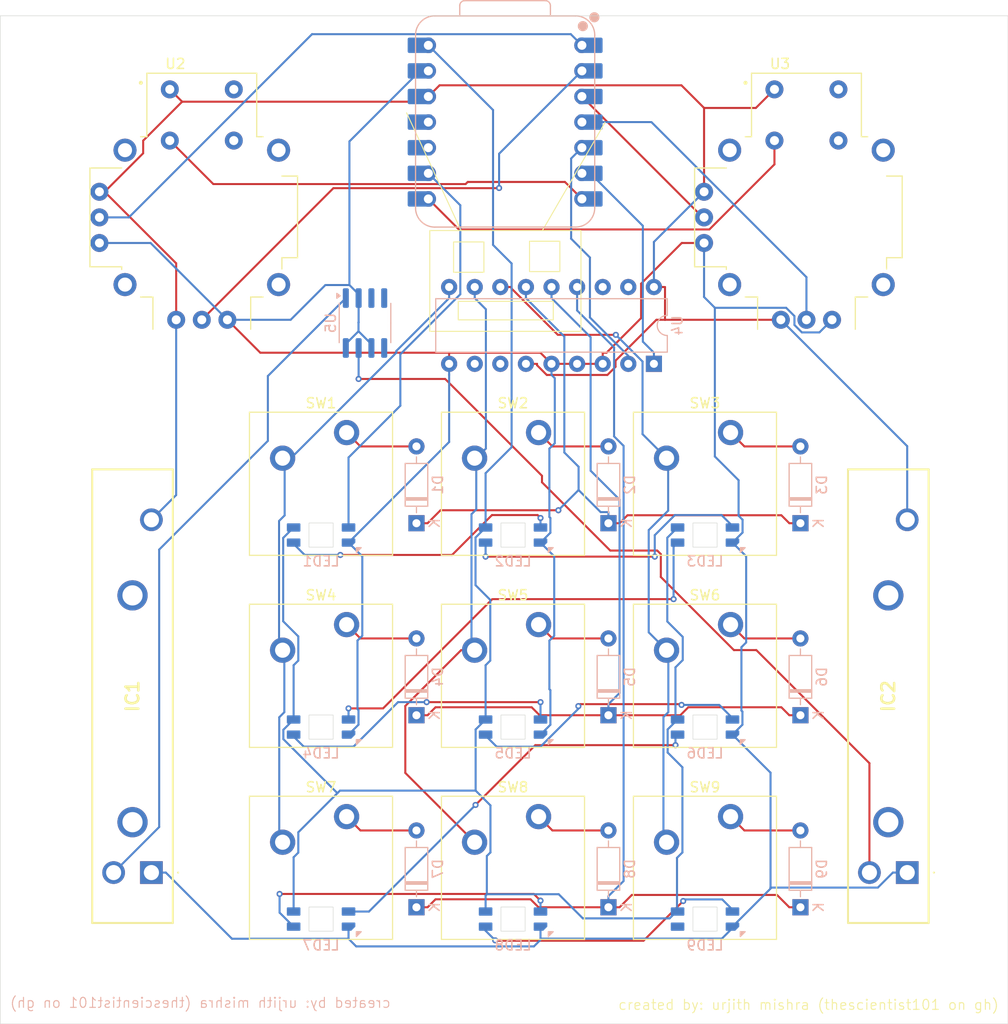
<source format=kicad_pcb>
(kicad_pcb (version 20240108) (generator "pcbnew") (generator_version "8.0")
  (layers (0 "F.Cu" signal) (31 "B.Cu" signal) (34 "B.Paste" user) (35 "F.Paste" user) (36 "B.SilkS" user "B.Silkscreen") (37 "F.SilkS" user "F.Silkscreen") (38 "B.Mask" user) (39 "F.Mask" user) (44 "Edge.Cuts" user))
  (net 0 "")
  (net 1 "unconnected-(U1-GPIO3{slash}MOSI-Pad11)")
  (net 2 "neopixel")
  (net 3 "Net-(LED1-DOUT)")
  (net 4 "unconnected-(U1-GPIO4{slash}MISO-Pad10)")
  (net 5 "left-slider")
  (net 15 "+3V3")
  (net 16 "GND")
  (net 17 "y-axis-left")
  (net 18 "x-axis-left")
  (net 19 "right-joy-click")
  (net 20 "left-joy-click")
  (net 21 "x-axis-right")
  (net 22 "y-axis-right")
  (net 25 "right-slider")
  (net 27 "row 1")
  (net 28 "Net-(D1-A)")
  (net 29 "Net-(D2-A)")
  (net 30 "Net-(D3-A)")
  (net 31 "row 2")
  (net 32 "Net-(D4-A)")
  (net 33 "Net-(D5-A)")
  (net 34 "Net-(D6-A)")
  (net 35 "Net-(D7-A)")
  (net 36 "row 3")
  (net 37 "Net-(D8-A)")
  (net 38 "Net-(D9-A)")
  (net 39 "col 1")
  (net 40 "col 2")
  (net 41 "col 3")
  (net 42 "scl")
  (net 43 "sda")
  (net 46 "+5V")
  (net 51 "Net-(LED2-DOUT)")
  (net 52 "Net-(LED3-DOUT)")
  (net 53 "Net-(LED4-DOUT)")
  (net 54 "Net-(LED5-DOUT)")
  (net 55 "Net-(LED6-DOUT)")
  (net 56 "Net-(LED7-DOUT)")
  (net 57 "Net-(LED8-DOUT)")
  (footprint "mouser:RS30111AC00V" (layer "F.Cu") (at 115 135 90)
    (property "Reference" "IC1")
    (property "Value" "Left Slider" (hide yes))
  )
  (footprint "PCM_Switch_Keyboard_Cherry_MX:SW_Cherry_MX_PCB_1.00u" (layer "F.Cu") (at 169.9294 134.5281)
    (property "Reference" "SW9")
    (property "Value" "SW_Push")
  )
  (footprint "PCM_Switch_Keyboard_Cherry_MX:SW_Cherry_MX_PCB_1.00u" (layer "F.Cu") (at 169.9294 115.4781)
    (property "Reference" "SW6")
    (property "Value" "SW_Push")
  )
  (footprint "PCM_Switch_Keyboard_Cherry_MX:SW_Cherry_MX_PCB_1.00u" (layer "F.Cu") (at 131.8294 134.5281)
    (property "Reference" "SW7")
    (property "Value" "SW_Push")
  )
  (footprint "mouser:RS30111AC00V" (layer "F.Cu") (at 190 135 90)
    (property "Reference" "IC2")
    (property "Value" "Right Slider" (hide yes))
  )
  (footprint "digikey:XDCR_COM-09032" (layer "F.Cu") (at 180 70)
    (property "Reference" "U3")
    (property "Value" "Right Joystick")
  )
  (footprint "PCM_Switch_Keyboard_Cherry_MX:SW_Cherry_MX_PCB_1.00u" (layer "F.Cu") (at 150.8794 134.5281)
    (property "Reference" "SW8")
    (property "Value" "SW_Push")
  )
  (footprint "PCM_Switch_Keyboard_Cherry_MX:SW_Cherry_MX_PCB_1.00u" (layer "F.Cu") (at 150.8794 96.4281)
    (property "Reference" "SW2")
    (property "Value" "SW_Push")
  )
  (footprint "PCM_Switch_Keyboard_Cherry_MX:SW_Cherry_MX_PCB_1.00u" (layer "F.Cu") (at 131.8294 96.4281)
    (property "Reference" "SW1")
    (property "Value" "SW_Push")
  )
  (footprint "digikey:XDCR_COM-09032" (layer "F.Cu") (at 120 70)
    (property "Reference" "U2")
    (property "Value" "Left Joystick")
  )
  (footprint "PCM_Switch_Keyboard_Cherry_MX:SW_Cherry_MX_PCB_1.00u" (layer "F.Cu") (at 131.8294 115.4781)
    (property "Reference" "SW4")
    (property "Value" "SW_Push")
  )
  (footprint "PCM_Switch_Keyboard_Cherry_MX:SW_Cherry_MX_PCB_1.00u" (layer "F.Cu") (at 150.8794 115.4781)
    (property "Reference" "SW5")
    (property "Value" "SW_Push")
  )
  (footprint "PCM_Switch_Keyboard_Cherry_MX:SW_Cherry_MX_PCB_1.00u" (layer "F.Cu") (at 169.9294 96.4281)
    (property "Reference" "SW3")
    (property "Value" "SW_Push")
  )
  (footprint "Diode_THT:D_DO-35_SOD27_P7.62mm_Horizontal" (layer "B.Cu") (at 141.3013 100.3419 90)
    (property "Reference" "D1")
    (property "Value" "1N4148")
  )
  (footprint "PCM_marbastlib-mx:LED_MX_6028R" (layer "B.Cu") (at 150.8856 120.5644 180)
    (property "Reference" "LED5")
    (property "Value" "MX_SK6812MINI-E")
    (fp_rect (start -1.2 1.2) (end 1.2 -1.2) (stroke (width 0.05)) (fill none) (layer "Edge.Cuts"))
  )
  (footprint "Package_SO:SOIC-8_3.9x4.9mm_P1.27mm" (layer "B.Cu") (at 136.195 80.48 -90)
    (property "Reference" "U5")
    (property "Value" "MCP3426Axx-xSN")
  )
  (footprint "PCM_marbastlib-mx:LED_MX_6028R" (layer "B.Cu") (at 131.8356 120.5644 180)
    (property "Reference" "LED4")
    (property "Value" "MX_SK6812MINI-E")
    (fp_rect (start -1.2 1.2) (end 1.2 -1.2) (stroke (width 0.05)) (fill none) (layer "Edge.Cuts"))
  )
  (footprint "PCM_marbastlib-mx:LED_MX_6028R" (layer "B.Cu") (at 169.9356 139.6144 180)
    (property "Reference" "LED9")
    (property "Value" "MX_SK6812MINI-E")
    (fp_rect (start -1.2 1.2) (end 1.2 -1.2) (stroke (width 0.05)) (fill none) (layer "Edge.Cuts"))
  )
  (footprint "opl-seeed:XIAO-SAMD21-DIP" (layer "B.Cu") (at 150 60.486 180)
    (property "Reference" "U1" (hide yes))
    (property "Value" "XIAO-RP2040-DIP")
  )
  (footprint "Diode_THT:D_DO-35_SOD27_P7.62mm_Horizontal" (layer "B.Cu") (at 141.3013 138.4419 90)
    (property "Reference" "D7")
    (property "Value" "1N4148")
  )
  (footprint "Package_DIP:DIP-18_W7.62mm" (layer "B.Cu") (at 164.8638 84.5281 90)
    (property "Reference" "U4")
    (property "Value" "MCP23008-xP")
  )
  (footprint "Diode_THT:D_DO-35_SOD27_P7.62mm_Horizontal" (layer "B.Cu") (at 179.4013 100.3419 90)
    (property "Reference" "D3")
    (property "Value" "1N4148")
  )
  (footprint "PCM_marbastlib-mx:LED_MX_6028R" (layer "B.Cu") (at 131.8356 101.5144 180)
    (property "Reference" "LED1")
    (property "Value" "MX_SK6812MINI-E")
    (fp_rect (start -1.2 1.2) (end 1.2 -1.2) (stroke (width 0.05)) (fill none) (layer "Edge.Cuts"))
  )
  (footprint "PCM_marbastlib-mx:LED_MX_6028R" (layer "B.Cu") (at 169.9356 101.5144 180)
    (property "Reference" "LED3")
    (property "Value" "MX_SK6812MINI-E")
    (fp_rect (start -1.2 1.2) (end 1.2 -1.2) (stroke (width 0.05)) (fill none) (layer "Edge.Cuts"))
  )
  (footprint "PCM_marbastlib-mx:LED_MX_6028R" (layer "B.Cu") (at 150.8856 101.5144 180)
    (property "Reference" "LED2")
    (property "Value" "MX_SK6812MINI-E")
    (fp_rect (start -1.2 1.2) (end 1.2 -1.2) (stroke (width 0.05)) (fill none) (layer "Edge.Cuts"))
  )
  (footprint "PCM_marbastlib-mx:LED_MX_6028R" (layer "B.Cu") (at 169.9356 120.5644 180)
    (property "Reference" "LED6")
    (property "Value" "MX_SK6812MINI-E")
    (fp_rect (start -1.2 1.2) (end 1.2 -1.2) (stroke (width 0.05)) (fill none) (layer "Edge.Cuts"))
  )
  (footprint "Diode_THT:D_DO-35_SOD27_P7.62mm_Horizontal" (layer "B.Cu") (at 179.4013 119.3919 90)
    (property "Reference" "D6")
    (property "Value" "1N4148")
  )
  (footprint "Diode_THT:D_DO-35_SOD27_P7.62mm_Horizontal" (layer "B.Cu") (at 160.3513 100.3419 90)
    (property "Reference" "D2")
    (property "Value" "1N4148")
  )
  (footprint "Diode_THT:D_DO-35_SOD27_P7.62mm_Horizontal" (layer "B.Cu") (at 179.4013 138.4419 90)
    (property "Reference" "D9")
    (property "Value" "1N4148")
  )
  (footprint "PCM_marbastlib-mx:LED_MX_6028R" (layer "B.Cu") (at 150.8856 139.6144 180)
    (property "Reference" "LED8")
    (property "Value" "MX_SK6812MINI-E")
    (fp_rect (start -1.2 1.2) (end 1.2 -1.2) (stroke (width 0.05)) (fill none) (layer "Edge.Cuts"))
  )
  (footprint "PCM_marbastlib-mx:LED_MX_6028R" (layer "B.Cu") (at 131.8356 139.6144 180)
    (property "Reference" "LED7")
    (property "Value" "MX_SK6812MINI-E")
    (fp_rect (start -1.2 1.2) (end 1.2 -1.2) (stroke (width 0.05)) (fill none) (layer "Edge.Cuts"))
  )
  (footprint "Diode_THT:D_DO-35_SOD27_P7.62mm_Horizontal" (layer "B.Cu") (at 160.3513 119.3919 90)
    (property "Reference" "D5")
    (property "Value" "1N4148")
  )
  (footprint "Diode_THT:D_DO-35_SOD27_P7.62mm_Horizontal" (layer "B.Cu") (at 160.3513 138.4419 90)
    (property "Reference" "D8")
    (property "Value" "1N4148")
  )
  (footprint "Diode_THT:D_DO-35_SOD27_P7.62mm_Horizontal" (layer "B.Cu") (at 141.3013 119.3919 90)
    (property "Reference" "D4")
    (property "Value" "1N4148")
  )
  (gr_rect (start 145.445 78.325) (end 154.875 80.165) (stroke (width 0.1)) (fill none) (layer "F.SilkS"))
  (gr_rect (start 152.52 72.365) (end 155.53 75.375) (stroke (width 0.1)) (fill none) (layer "F.SilkS"))
  (gr_line (start 145.71 71.275) (end 140.32 59.625) (stroke (width 0.1)) (layer "F.SilkS"))
  (gr_line (start 153.82 71.275) (end 160.02 60.575) (stroke (width 0.1)) (layer "F.SilkS"))
  (gr_rect (start 144.985 72.435) (end 147.995 75.445) (stroke (width 0.1)) (fill none) (layer "F.SilkS"))
  (gr_rect (start 142.625 71.305) (end 157.625 81.305) (stroke (width 0.1)) (fill none) (layer "F.SilkS"))
  (gr_rect (start 100 50) (end 200 150) (stroke (width 0.05)) (fill none) (layer "Edge.Cuts"))
  (gr_text "created by: urjith mishra (thescientist101 on gh)" (at 138.8 148.5 -0) (layer "B.SilkS") (effects (font (size 1 1) (thickness 0.1)) (justify left bottom mirror)))
  (gr_text "created by: urjith mishra (thescientist101 on gh)" (at 161.26 148.7 0) (layer "F.SilkS") (effects (font (size 1 1) (thickness 0.1)) (justify left bottom)))
  (segment (start 141.645 60.5485) (end 142.48 60.5485) (width 0.2) (layer "B.Cu") (net 1))
  (segment (start 141.645 65.6285) (end 142.48 65.6285) (width 0.2) (layer "B.Cu") (net 2))
  (segment (start 134.5606 93.8219) (end 134.5606 100.7644) (width 0.2) (layer "B.Cu") (net 2))
  (segment (start 139.7032 88.6793) (end 134.5606 93.8219) (width 0.2) (layer "B.Cu") (net 2))
  (segment (start 145.6542 68.8027) (end 145.6542 77.6249) (width 0.2) (layer "B.Cu") (net 2))
  (segment (start 139.7032 83.5759) (end 139.7032 88.6793) (width 0.2) (layer "B.Cu") (net 2))
  (segment (start 145.6542 77.6249) (end 139.7032 83.5759) (width 0.2) (layer "B.Cu") (net 2))
  (segment (start 142.48 65.6285) (end 145.6542 68.8027) (width 0.2) (layer "B.Cu") (net 2))
  (segment (start 148.7927 99.5332) (end 153.3227 99.5332) (width 0.2) (layer "F.Cu") (net 3))
  (segment (start 153.3227 99.5332) (end 153.6106 99.8211) (width 0.2) (layer "F.Cu") (net 3))
  (segment (start 144.8376 103.4883) (end 148.7927 99.5332) (width 0.2) (layer "F.Cu") (net 3))
  (segment (start 133.7465 103.4883) (end 144.8376 103.4883) (width 0.2) (layer "F.Cu") (net 3))
  (via (at 153.6106 99.8211) (size 0.6) (drill 0.3) (layers "F.Cu" "B.Cu") (net 3))
  (via (at 133.7465 103.4883) (size 0.6) (drill 0.3) (layers "F.Cu" "B.Cu") (net 3))
  (segment (start 130.2083 103.4883) (end 133.7465 103.4883) (width 0.2) (layer "B.Cu") (net 3))
  (segment (start 129.1106 102.3906) (end 130.2083 103.4883) (width 0.2) (layer "B.Cu") (net 3))
  (segment (start 129.1106 102.2644) (end 129.1106 102.3906) (width 0.2) (layer "B.Cu") (net 3))
  (segment (start 153.6106 100.7644) (end 153.6106 99.8211) (width 0.2) (layer "B.Cu") (net 3))
  (segment (start 141.645 63.0885) (end 142.48 63.0885) (width 0.2) (layer "B.Cu") (net 4))
  (segment (start 126.5549 92.1751) (end 115.771 102.959) (width 0.2) (layer "B.Cu") (net 5))
  (segment (start 115.771 130.479) (end 111.25 135) (width 0.2) (layer "B.Cu") (net 5))
  (segment (start 134.29 78.005) (end 126.5549 85.7401) (width 0.2) (layer "B.Cu") (net 5))
  (segment (start 115.771 102.959) (end 115.771 130.479) (width 0.2) (layer "B.Cu") (net 5))
  (segment (start 126.5549 85.7401) (end 126.5549 92.1751) (width 0.2) (layer "B.Cu") (net 5))
  (segment (start 165.9655 80.16) (end 177.46 80.16) (width 0.2) (layer "F.Cu") (net 15))
  (segment (start 153.2655 84.6658) (end 154.2325 85.6328) (width 0.2) (layer "F.Cu") (net 15))
  (segment (start 161.0538 84.8263) (end 161.0538 84.2145) (width 0.2) (layer "F.Cu") (net 15))
  (segment (start 153.2655 84.5281) (end 153.2655 84.6658) (width 0.2) (layer "F.Cu") (net 15))
  (segment (start 169.84 59.1449) (end 174.9801 59.1449) (width 0.2) (layer "F.Cu") (net 15))
  (segment (start 152.1638 84.5281) (end 153.2655 84.5281) (width 0.2) (layer "F.Cu") (net 15))
  (segment (start 110.3588 67.46) (end 117.46 74.5612) (width 0.2) (layer "F.Cu") (net 15))
  (segment (start 164.8638 76.9081) (end 165.9655 76.9081) (width 0.2) (layer "F.Cu") (net 15))
  (segment (start 110.3588 67.46) (end 109.84 67.46) (width 0.2) (layer "F.Cu") (net 15))
  (segment (start 114.1843 63.6345) (end 110.3588 67.46) (width 0.2) (layer "F.Cu") (net 15))
  (segment (start 118.0486 58.5236) (end 141.9649 58.5236) (width 0.2) (layer "F.Cu") (net 15))
  (segment (start 142.48 58.0085) (end 143.5897 56.8988) (width 0.2) (layer "F.Cu") (net 15))
  (segment (start 118.0486 58.5236) (end 114.1843 62.3879) (width 0.2) (layer "F.Cu") (net 15))
  (segment (start 160.2473 85.6328) (end 161.0538 84.8263) (width 0.2) (layer "F.Cu") (net 15))
  (segment (start 169.84 59.1449) (end 169.84 67.46) (width 0.2) (layer "F.Cu") (net 15))
  (segment (start 116.825 57.3) (end 118.0486 58.5236) (width 0.2) (layer "F.Cu") (net 15))
  (segment (start 114.1843 62.3879) (end 114.1843 63.6345) (width 0.2) (layer "F.Cu") (net 15))
  (segment (start 143.5897 56.8988) (end 167.5939 56.8988) (width 0.2) (layer "F.Cu") (net 15))
  (segment (start 174.9801 59.1449) (end 176.825 57.3) (width 0.2) (layer "F.Cu") (net 15))
  (segment (start 141.9649 58.5236) (end 142.48 58.0085) (width 0.2) (layer "F.Cu") (net 15))
  (segment (start 167.5939 56.8988) (end 169.84 59.1449) (width 0.2) (layer "F.Cu") (net 15))
  (segment (start 165.1083 80.16) (end 165.9655 80.16) (width 0.2) (layer "F.Cu") (net 15))
  (segment (start 154.2325 85.6328) (end 160.2473 85.6328) (width 0.2) (layer "F.Cu") (net 15))
  (segment (start 117.46 74.5612) (end 117.46 80.16) (width 0.2) (layer "F.Cu") (net 15))
  (segment (start 161.0538 84.2145) (end 165.1083 80.16) (width 0.2) (layer "F.Cu") (net 15))
  (segment (start 165.9655 76.9081) (end 165.9655 80.16) (width 0.2) (layer "F.Cu") (net 15))
  (segment (start 190 92.7) (end 190 100) (width 0.2) (layer "B.Cu") (net 15))
  (segment (start 117.46 97.54) (end 115 100) (width 0.2) (layer "B.Cu") (net 15))
  (segment (start 141.645 58.0085) (end 142.48 58.0085) (width 0.2) (layer "B.Cu") (net 15))
  (segment (start 164.8638 76.9081) (end 164.8638 72.4362) (width 0.2) (layer "B.Cu") (net 15))
  (segment (start 164.8638 72.4362) (end 169.84 67.46) (width 0.2) (layer "B.Cu") (net 15))
  (segment (start 117.46 80.16) (end 117.46 97.54) (width 0.2) (layer "B.Cu") (net 15))
  (segment (start 177.46 80.16) (end 190 92.7) (width 0.2) (layer "B.Cu") (net 15))
  (segment (start 159.7838 83.4264) (end 160.1596 83.4264) (width 0.2) (layer "F.Cu") (net 16))
  (segment (start 159.7838 84.5281) (end 159.7838 83.4264) (width 0.2) (layer "F.Cu") (net 16))
  (segment (start 125.8064 83.4264) (end 122.54 80.16) (width 0.2) (layer "F.Cu") (net 16))
  (segment (start 167.6292 72.54) (end 169.84 72.54) (width 0.2) (layer "F.Cu") (net 16))
  (segment (start 159.7838 84.5281) (end 157.2438 84.5281) (width 0.2) (layer "F.Cu") (net 16))
  (segment (start 163.5938 76.5754) (end 167.6292 72.54) (width 0.2) (layer "F.Cu") (net 16))
  (segment (start 163.5938 79.9922) (end 163.5938 76.5754) (width 0.2) (layer "F.Cu") (net 16))
  (segment (start 157.2438 84.5281) (end 154.7038 84.5281) (width 0.2) (layer "F.Cu") (net 16))
  (segment (start 144.5438 83.4264) (end 125.8064 83.4264) (width 0.2) (layer "F.Cu") (net 16))
  (segment (start 144.5438 84.5281) (end 144.5438 83.4264) (width 0.2) (layer "F.Cu") (net 16))
  (segment (start 160.1596 83.4264) (end 163.5938 79.9922) (width 0.2) (layer "F.Cu") (net 16))
  (segment (start 154.7038 84.5281) (end 153.6021 83.4264) (width 0.2) (layer "F.Cu") (net 16))
  (segment (start 153.6021 83.4264) (end 144.5438 83.4264) (width 0.2) (layer "F.Cu") (net 16))
  (segment (start 173.6482 119.0313) (end 173.6482 120.3268) (width 0.2) (layer "B.Cu") (net 16))
  (segment (start 116.4267 135) (end 122.989 141.5623) (width 0.2) (layer "B.Cu") (net 16))
  (segment (start 135.5499 81.2993) (end 135.55 81.2993) (width 0.2) (layer "B.Cu") (net 16))
  (segment (start 154.5935 101.2815) (end 153.6106 102.2644) (width 0.2) (layer "B.Cu") (net 16))
  (segment (start 135.4492 111.9833) (end 135.9291 111.5034) (width 0.2) (layer "B.Cu") (net 16))
  (segment (start 136.83 82.5794) (end 136.83 82.955) (width 0.2) (layer "B.Cu") (net 16))
  (segment (start 132.2623 76.712) (end 134.6492 76.712) (width 0.2) (layer "B.Cu") (net 16))
  (segment (start 134.5606 121.3144) (end 135.5495 120.3255) (width 0.2) (layer "B.Cu") (net 16))
  (segment (start 187.0842 136.4891) (end 176.4366 136.4891) (width 0.2) (layer "B.Cu") (net 16))
  (segment (start 134.5606 141.5623) (end 134.5606 140.3644) (width 0.2) (layer "B.Cu") (net 16))
  (segment (start 174.0211 112.1683) (end 173.5485 112.6409) (width 0.2) (layer "B.Cu") (net 16))
  (segment (start 144.5438 84.5281) (end 144.5438 85.6298) (width 0.2) (layer "B.Cu") (net 16))
  (segment (start 178.8093 80.6736) (end 179.5486 81.4129) (width 0.2) (layer "B.Cu") (net 16))
  (segment (start 154.5928 116.9099) (end 154.5928 120.3322) (width 0.2) (layer "B.Cu") (net 16))
  (segment (start 154.7038 85.6298) (end 155.0251 85.9511) (width 0.2) (layer "B.Cu") (net 16))
  (segment (start 173.6599 99.993) (end 173.6599 101.2651) (width 0.2) (layer "B.Cu") (net 16))
  (segment (start 154.5928 120.3322) (end 153.6106 121.3144) (width 0.2) (layer "B.Cu") (net 16))
  (segment (start 172.6606 140.5039) (end 172.6606 140.3644) (width 0.2) (layer "B.Cu") (net 16))
  (segment (start 153.6106 141.6681) (end 152.954308 142.324392) (width 0.2) (layer "B.Cu") (net 16))
  (segment (start 128.8143 80.16) (end 132.2623 76.712) (width 0.2) (layer "B.Cu") (net 16))
  (segment (start 154.4923 92.9402) (end 154.4923 99.7254) (width 0.2) (layer "B.Cu") (net 16))
  (segment (start 144.5438 85.6298) (end 144.5438 92.2812) (width 0.2) (layer "B.Cu") (net 16))
  (segment (start 135.9291 103.6329) (end 134.5606 102.2644) (width 0.2) (layer "B.Cu") (net 16))
  (segment (start 174.0211 103.6249) (end 174.0211 112.1683) (width 0.2) (layer "B.Cu") (net 16))
  (segment (start 154.4923 116.8094) (end 154.5928 116.9099) (width 0.2) (layer "B.Cu") (net 16))
  (segment (start 135.4492 118.7823) (end 135.4492 111.9833) (width 0.2) (layer "B.Cu") (net 16))
  (segment (start 141.645 55.4685) (end 134.6492 62.4643) (width 0.2) (layer "B.Cu") (net 16))
  (segment (start 173.6482 120.3268) (end 172.6606 121.3144) (width 0.2) (layer "B.Cu") (net 16))
  (segment (start 134.29 82.5593) (end 135.55 81.2993) (width 0.2) (layer "B.Cu") (net 16))
  (segment (start 172.6606 102.2644) (end 174.0211 103.6249) (width 0.2) (layer "B.Cu") (net 16))
  (segment (start 154.7038 84.5281) (end 154.7038 85.6298) (width 0.2) (layer "B.Cu") (net 16))
  (segment (start 173.6599 101.2651) (end 172.6606 102.2644) (width 0.2) (layer "B.Cu") (net 16))
  (segment (start 135.322692 142.324392) (end 134.5606 141.5623) (width 0.2) (layer "B.Cu") (net 16))
  (segment (start 173.5485 112.6409) (end 173.5485 118.9316) (width 0.2) (layer "B.Cu") (net 16))
  (segment (start 142.48 55.4685) (end 141.645 55.4685) (width 0.2) (layer "B.Cu") (net 16))
  (segment (start 154.5935 99.8266) (end 154.5935 101.2815) (width 0.2) (layer "B.Cu") (net 16))
  (segment (start 177.9854 78.9693) (end 178.8093 79.7932) (width 0.2) (layer "B.Cu") (net 16))
  (segment (start 173.5485 118.9316) (end 173.6482 119.0313) (width 0.2) (layer "B.Cu") (net 16))
  (segment (start 181.2871 81.4129) (end 182.54 80.16) (width 0.2) (layer "B.Cu") (net 16))
  (segment (start 176.4366 136.5884) (end 172.6606 140.3644) (width 0.2) (layer "B.Cu") (net 16))
  (segment (start 171.6113 141.5532) (end 172.6606 140.5039) (width 0.2) (layer "B.Cu") (net 16))
  (segment (start 170.9103 93.7215) (end 173.265 96.0762) (width 0.2) (layer "B.Cu") (net 16))
  (segment (start 134.6492 62.4643) (end 134.6492 76.712) (width 0.2) (layer "B.Cu") (net 16))
  (segment (start 153.6106 141.5532) (end 153.6106 141.6681) (width 0.2) (layer "B.Cu") (net 16))
  (segment (start 190 135) (end 188.5733 135) (width 0.2) (layer "B.Cu") (net 16))
  (segment (start 122.54 80.16) (end 128.8143 80.16) (width 0.2) (layer "B.Cu") (net 16))
  (segment (start 153.6106 141.5532) (end 153.6106 140.3644) (width 0.2) (layer "B.Cu") (net 16))
  (segment (start 134.6492 76.712) (end 135.56 77.6228) (width 0.2) (layer "B.Cu") (net 16))
  (segment (start 170.9103 78.9693) (end 177.9854 78.9693) (width 0.2) (layer "B.Cu") (net 16))
  (segment (start 135.5499 80.4289) (end 135.5499 81.2993) (width 0.2) (layer "B.Cu") (net 16))
  (segment (start 135.55 81.2993) (end 136.83 82.5794) (width 0.2) (layer "B.Cu") (net 16))
  (segment (start 179.5486 81.4129) (end 181.2871 81.4129) (width 0.2) (layer "B.Cu") (net 16))
  (segment (start 122.54 80.16) (end 114.92 72.54) (width 0.2) (layer "B.Cu") (net 16))
  (segment (start 115 135) (end 116.4267 135) (width 0.2) (layer "B.Cu") (net 16))
  (segment (start 154.4923 99.7254) (end 154.5935 99.8266) (width 0.2) (layer "B.Cu") (net 16))
  (segment (start 134.29 82.955) (end 134.29 82.5593) (width 0.2) (layer "B.Cu") (net 16))
  (segment (start 135.56 77.6228) (end 135.56 78.005) (width 0.2) (layer "B.Cu") (net 16))
  (segment (start 135.56 78.005) (end 135.56 80.4188) (width 0.2) (layer "B.Cu") (net 16))
  (segment (start 173.265 99.5981) (end 173.6599 99.993) (width 0.2) (layer "B.Cu") (net 16))
  (segment (start 154.9739 111.5086) (end 154.4923 111.9902) (width 0.2) (layer "B.Cu") (net 16))
  (segment (start 173.265 96.0762) (end 173.265 99.5981) (width 0.2) (layer "B.Cu") (net 16))
  (segment (start 154.9739 103.6277) (end 154.9739 111.5086) (width 0.2) (layer "B.Cu") (net 16))
  (segment (start 176.4366 125.0904) (end 176.4366 136.4891) (width 0.2) (layer "B.Cu") (net 16))
  (segment (start 178.8093 79.7932) (end 178.8093 80.6736) (width 0.2) (layer "B.Cu") (net 16))
  (segment (start 152.954308 142.324392) (end 135.322692 142.324392) (width 0.2) (layer "B.Cu") (net 16))
  (segment (start 135.5495 120.3255) (end 135.5495 118.8826) (width 0.2) (layer "B.Cu") (net 16))
  (segment (start 135.9291 111.5034) (end 135.9291 103.6329) (width 0.2) (layer "B.Cu") (net 16))
  (segment (start 170.9103 78.9693) (end 170.9103 93.7215) (width 0.2) (layer "B.Cu") (net 16))
  (segment (start 153.6106 102.2644) (end 154.9739 103.6277) (width 0.2) (layer "B.Cu") (net 16))
  (segment (start 122.989 141.5623) (end 134.5606 141.5623) (width 0.2) (layer "B.Cu") (net 16))
  (segment (start 155.0251 92.4074) (end 154.4923 92.9402) (width 0.2) (layer "B.Cu") (net 16))
  (segment (start 154.4923 111.9902) (end 154.4923 116.8094) (width 0.2) (layer "B.Cu") (net 16))
  (segment (start 169.84 77.899) (end 170.9103 78.9693) (width 0.2) (layer "B.Cu") (net 16))
  (segment (start 155.0251 85.9511) (end 155.0251 92.4074) (width 0.2) (layer "B.Cu") (net 16))
  (segment (start 135.5495 118.8826) (end 135.4492 118.7823) (width 0.2) (layer "B.Cu") (net 16))
  (segment (start 169.84 72.54) (end 169.84 77.899) (width 0.2) (layer "B.Cu") (net 16))
  (segment (start 176.4366 136.4891) (end 176.4366 136.5884) (width 0.2) (layer "B.Cu") (net 16))
  (segment (start 135.56 80.4188) (end 135.5499 80.4289) (width 0.2) (layer "B.Cu") (net 16))
  (segment (start 172.6606 121.3144) (end 176.4366 125.0904) (width 0.2) (layer "B.Cu") (net 16))
  (segment (start 188.5733 135) (end 187.0842 136.4891) (width 0.2) (layer "B.Cu") (net 16))
  (segment (start 114.92 72.54) (end 109.84 72.54) (width 0.2) (layer "B.Cu") (net 16))
  (segment (start 153.6106 141.5532) (end 171.6113 141.5532) (width 0.2) (layer "B.Cu") (net 16))
  (segment (start 144.5438 92.2812) (end 134.5606 102.2644) (width 0.2) (layer "B.Cu") (net 16))
  (segment (start 157.72 52.9285) (end 156.6159 51.8244) (width 0.2) (layer "B.Cu") (net 17))
  (segment (start 158.555 52.9285) (end 157.72 52.9285) (width 0.2) (layer "B.Cu") (net 17))
  (segment (start 112.7605 70) (end 109.84 70) (width 0.2) (layer "B.Cu") (net 17))
  (segment (start 156.6159 51.8244) (end 130.9361 51.8244) (width 0.2) (layer "B.Cu") (net 17))
  (segment (start 130.9361 51.8244) (end 112.7605 70) (width 0.2) (layer "B.Cu") (net 17))
  (segment (start 149.4872 67.1026) (end 149.5024 67.0874) (width 0.2) (layer "F.Cu") (net 18))
  (segment (start 120 80.16) (end 133.0574 67.1026) (width 0.2) (layer "F.Cu") (net 18))
  (segment (start 133.0574 67.1026) (end 149.4872 67.1026) (width 0.2) (layer "F.Cu") (net 18))
  (via (at 149.5024 67.0874) (size 0.6) (drill 0.3) (layers "F.Cu" "B.Cu") (net 18))
  (segment (start 157.72 55.4685) (end 158.555 55.4685) (width 0.2) (layer "B.Cu") (net 18))
  (segment (start 149.5024 63.6861) (end 149.5024 67.0874) (width 0.2) (layer "B.Cu") (net 18))
  (segment (start 157.72 55.4685) (end 149.5024 63.6861) (width 0.2) (layer "B.Cu") (net 18))
  (segment (start 176.825 62.38) (end 176.825 64.7382) (width 0.2) (layer "F.Cu") (net 19))
  (segment (start 176.825 64.7382) (end 170.3651 71.1981) (width 0.2) (layer "F.Cu") (net 19))
  (segment (start 145.5096 71.1981) (end 142.48 68.1685) (width 0.2) (layer "F.Cu") (net 19))
  (segment (start 170.3651 71.1981) (end 145.5096 71.1981) (width 0.2) (layer "F.Cu") (net 19))
  (segment (start 141.645 68.1685) (end 142.48 68.1685) (width 0.2) (layer "B.Cu") (net 19))
  (segment (start 146.1795 66.6958) (end 121.1408 66.6958) (width 0.2) (layer "F.Cu") (net 20))
  (segment (start 146.3897 66.4856) (end 146.1795 66.6958) (width 0.2) (layer "F.Cu") (net 20))
  (segment (start 121.1408 66.6958) (end 116.825 62.38) (width 0.2) (layer "F.Cu") (net 20))
  (segment (start 157.72 68.1685) (end 156.0371 66.4856) (width 0.2) (layer "F.Cu") (net 20))
  (segment (start 156.0371 66.4856) (end 146.3897 66.4856) (width 0.2) (layer "F.Cu") (net 20))
  (segment (start 157.72 68.1685) (end 158.555 68.1685) (width 0.2) (layer "B.Cu") (net 20))
  (segment (start 164.6161 60.5485) (end 180 75.9324) (width 0.2) (layer "B.Cu") (net 21))
  (segment (start 180 75.9324) (end 180 80.16) (width 0.2) (layer "B.Cu") (net 21))
  (segment (start 158.555 60.5485) (end 164.6161 60.5485) (width 0.2) (layer "B.Cu") (net 21))
  (segment (start 157.72 60.5485) (end 158.555 60.5485) (width 0.2) (layer "B.Cu") (net 21))
  (segment (start 169.7115 70) (end 169.84 70) (width 0.2) (layer "F.Cu") (net 22))
  (segment (start 157.72 58.0085) (end 169.7115 70) (width 0.2) (layer "F.Cu") (net 22))
  (segment (start 157.72 58.0085) (end 158.555 58.0085) (width 0.2) (layer "B.Cu") (net 22))
  (segment (start 186.25 135) (end 186.25 124.1529) (width 0.2) (layer "F.Cu") (net 25))
  (segment (start 160.5325 103.0537) (end 153.757 96.2782) (width 0.2) (layer "F.Cu") (net 25))
  (segment (start 165.5488 103.4062) (end 165.1963 103.0537) (width 0.2) (layer "F.Cu") (net 25))
  (segment (start 144.15 86.0298) (end 135.56 86.0298) (width 0.2) (layer "F.Cu") (net 25))
  (segment (start 153.757 96.2782) (end 153.757 95.6368) (width 0.2) (layer "F.Cu") (net 25))
  (segment (start 186.25 124.1529) (end 175.025 112.9279) (width 0.2) (layer "F.Cu") (net 25))
  (segment (start 165.1963 103.0537) (end 160.5325 103.0537) (width 0.2) (layer "F.Cu") (net 25))
  (segment (start 172.8022 112.9279) (end 165.5488 105.6745) (width 0.2) (layer "F.Cu") (net 25))
  (segment (start 165.5488 105.6745) (end 165.5488 103.4062) (width 0.2) (layer "F.Cu") (net 25))
  (segment (start 153.757 95.6368) (end 144.15 86.0298) (width 0.2) (layer "F.Cu") (net 25))
  (segment (start 175.025 112.9279) (end 172.8022 112.9279) (width 0.2) (layer "F.Cu") (net 25))
  (via (at 135.56 86.0298) (size 0.6) (drill 0.3) (layers "F.Cu" "B.Cu") (net 25))
  (segment (start 135.56 82.955) (end 135.56 86.0298) (width 0.2) (layer "B.Cu") (net 25))
  (segment (start 161.453 100.3419) (end 162.2449 99.55) (width 0.2) (layer "F.Cu") (net 27))
  (segment (start 142.403 100.3419) (end 143.6894 99.0555) (width 0.2) (layer "F.Cu") (net 27))
  (segment (start 160.3513 100.3419) (end 161.453 100.3419) (width 0.2) (layer "F.Cu") (net 27))
  (segment (start 162.2449 99.55) (end 177.5077 99.55) (width 0.2) (layer "F.Cu") (net 27))
  (segment (start 179.4013 100.3419) (end 178.2996 100.3419) (width 0.2) (layer "F.Cu") (net 27))
  (segment (start 141.3013 100.3419) (end 142.403 100.3419) (width 0.2) (layer "F.Cu") (net 27))
  (segment (start 177.5077 99.55) (end 178.2996 100.3419) (width 0.2) (layer "F.Cu") (net 27))
  (segment (start 143.6894 99.0555) (end 155.3817 99.0555) (width 0.2) (layer "F.Cu") (net 27))
  (via (at 155.3817 99.0555) (size 0.6) (drill 0.3) (layers "F.Cu" "B.Cu") (net 27))
  (segment (start 159.5802 99.2402) (end 160.3513 99.2402) (width 0.2) (layer "B.Cu") (net 27))
  (segment (start 160.3513 100.3419) (end 160.3513 99.2402) (width 0.2) (layer "B.Cu") (net 27))
  (segment (start 155.975 93.3226) (end 157.3886 94.7362) (width 0.2) (layer "B.Cu") (net 27))
  (segment (start 157.3886 97.0486) (end 159.5802 99.2402) (width 0.2) (layer "B.Cu") (net 27))
  (segment (start 152.1638 76.9081) (end 152.1638 78.0098) (width 0.2) (layer "B.Cu") (net 27))
  (segment (start 157.3886 94.7362) (end 157.3886 97.0486) (width 0.2) (layer "B.Cu") (net 27))
  (segment (start 157.3886 97.0486) (end 155.3817 99.0555) (width 0.2) (layer "B.Cu") (net 27))
  (segment (start 152.1638 78.0098) (end 155.975 81.821) (width 0.2) (layer "B.Cu") (net 27))
  (segment (start 155.975 81.821) (end 155.975 93.3226) (width 0.2) (layer "B.Cu") (net 27))
  (segment (start 135.7432 92.7219) (end 134.3694 91.3481) (width 0.2) (layer "F.Cu") (net 28))
  (segment (start 141.3013 92.7219) (end 135.7432 92.7219) (width 0.2) (layer "F.Cu") (net 28))
  (segment (start 160.3513 92.7219) (end 154.7932 92.7219) (width 0.2) (layer "F.Cu") (net 29))
  (segment (start 154.7932 92.7219) (end 153.4194 91.3481) (width 0.2) (layer "F.Cu") (net 29))
  (segment (start 173.8432 92.7219) (end 172.4694 91.3481) (width 0.2) (layer "F.Cu") (net 30))
  (segment (start 179.4013 92.7219) (end 173.8432 92.7219) (width 0.2) (layer "F.Cu") (net 30))
  (segment (start 168.2767 118.6) (end 177.5077 118.6) (width 0.2) (layer "F.Cu") (net 31))
  (segment (start 141.3013 119.3919) (end 142.403 119.3919) (width 0.2) (layer "F.Cu") (net 31))
  (segment (start 142.403 119.3919) (end 143.1949 118.6) (width 0.2) (layer "F.Cu") (net 31))
  (segment (start 160.3513 119.3919) (end 161.453 119.3919) (width 0.2) (layer "F.Cu") (net 31))
  (segment (start 152.7306 118.6) (end 153.5225 119.3919) (width 0.2) (layer "F.Cu") (net 31))
  (segment (start 159.8005 119.3919) (end 159.2496 119.3919) (width 0.2) (layer "F.Cu") (net 31))
  (segment (start 167.4848 119.3919) (end 168.2767 118.6) (width 0.2) (layer "F.Cu") (net 31))
  (segment (start 159.8005 119.3919) (end 160.3513 119.3919) (width 0.2) (layer "F.Cu") (net 31))
  (segment (start 179.4013 119.3919) (end 178.2996 119.3919) (width 0.2) (layer "F.Cu") (net 31))
  (segment (start 161.453 119.3919) (end 167.4848 119.3919) (width 0.2) (layer "F.Cu") (net 31))
  (segment (start 177.5077 118.6) (end 178.2996 119.3919) (width 0.2) (layer "F.Cu") (net 31))
  (segment (start 143.1949 118.6) (end 152.7306 118.6) (width 0.2) (layer "F.Cu") (net 31))
  (segment (start 153.5225 119.3919) (end 159.2496 119.3919) (width 0.2) (layer "F.Cu") (net 31))
  (segment (start 160.3513 119.3919) (end 160.3513 118.2902) (width 0.2) (layer "B.Cu") (net 31))
  (segment (start 158.5816 95.1274) (end 158.5816 81.8876) (width 0.2) (layer "B.Cu") (net 31))
  (segment (start 160.3513 118.2902) (end 161.453 117.1885) (width 0.2) (layer "B.Cu") (net 31))
  (segment (start 154.7038 76.9081) (end 154.7038 78.0098) (width 0.2) (layer "B.Cu") (net 31))
  (segment (start 158.5816 81.8876) (end 154.7038 78.0098) (width 0.2) (layer "B.Cu") (net 31))
  (segment (start 161.453 97.9988) (end 158.5816 95.1274) (width 0.2) (layer "B.Cu") (net 31))
  (segment (start 161.453 117.1885) (end 161.453 97.9988) (width 0.2) (layer "B.Cu") (net 31))
  (segment (start 135.7432 111.7719) (end 134.3694 110.3981) (width 0.2) (layer "F.Cu") (net 32))
  (segment (start 141.3013 111.7719) (end 135.7432 111.7719) (width 0.2) (layer "F.Cu") (net 32))
  (segment (start 160.3513 111.7719) (end 154.7932 111.7719) (width 0.2) (layer "F.Cu") (net 33))
  (segment (start 154.7932 111.7719) (end 153.4194 110.3981) (width 0.2) (layer "F.Cu") (net 33))
  (segment (start 179.4013 111.7719) (end 173.8432 111.7719) (width 0.2) (layer "F.Cu") (net 34))
  (segment (start 173.8432 111.7719) (end 172.4694 110.3981) (width 0.2) (layer "F.Cu") (net 34))
  (segment (start 141.3013 130.8219) (end 135.7432 130.8219) (width 0.2) (layer "F.Cu") (net 35))
  (segment (start 135.7432 130.8219) (end 134.3694 129.4481) (width 0.2) (layer "F.Cu") (net 35))
  (segment (start 143.1934 137.6515) (end 152.6197 137.6515) (width 0.2) (layer "F.Cu") (net 36))
  (segment (start 159.8005 138.4419) (end 160.3513 138.4419) (width 0.2) (layer "F.Cu") (net 36))
  (segment (start 160.3513 138.4419) (end 161.453 138.4419) (width 0.2) (layer "F.Cu") (net 36))
  (segment (start 141.3013 138.4419) (end 142.403 138.4419) (width 0.2) (layer "F.Cu") (net 36))
  (segment (start 178.2996 138.4419) (end 177.0768 137.2191) (width 0.2) (layer "F.Cu") (net 36))
  (segment (start 179.4013 138.4419) (end 178.2996 138.4419) (width 0.2) (layer "F.Cu") (net 36))
  (segment (start 152.6197 137.6515) (end 153.4101 138.4419) (width 0.2) (layer "F.Cu") (net 36))
  (segment (start 162.6758 137.2191) (end 161.453 138.4419) (width 0.2) (layer "F.Cu") (net 36))
  (segment (start 142.403 138.4419) (end 143.1934 137.6515) (width 0.2) (layer "F.Cu") (net 36))
  (segment (start 159.8005 138.4419) (end 159.2496 138.4419) (width 0.2) (layer "F.Cu") (net 36))
  (segment (start 153.4101 138.4419) (end 159.2496 138.4419) (width 0.2) (layer "F.Cu") (net 36))
  (segment (start 177.0768 137.2191) (end 162.6758 137.2191) (width 0.2) (layer "F.Cu") (net 36))
  (segment (start 160.3513 138.4419) (end 160.3513 137.3402) (width 0.2) (layer "B.Cu") (net 36))
  (segment (start 157.2438 78.0098) (end 157.2438 79.2328) (width 0.2) (layer "B.Cu") (net 36))
  (segment (start 157.2438 76.9081) (end 157.2438 78.0098) (width 0.2) (layer "B.Cu") (net 36))
  (segment (start 157.2438 79.2328) (end 160.9123 82.9013) (width 0.2) (layer "B.Cu") (net 36))
  (segment (start 161.8547 92.6672) (end 161.8547 135.8368) (width 0.2) (layer "B.Cu") (net 36))
  (segment (start 161.8547 135.8368) (end 160.3513 137.3402) (width 0.2) (layer "B.Cu") (net 36))
  (segment (start 160.9123 82.9013) (end 160.9123 91.7248) (width 0.2) (layer "B.Cu") (net 36))
  (segment (start 160.9123 91.7248) (end 161.8547 92.6672) (width 0.2) (layer "B.Cu") (net 36))
  (segment (start 160.3513 130.8219) (end 154.7932 130.8219) (width 0.2) (layer "F.Cu") (net 37))
  (segment (start 154.7932 130.8219) (end 153.4194 129.4481) (width 0.2) (layer "F.Cu") (net 37))
  (segment (start 173.8432 130.8219) (end 172.4694 129.4481) (width 0.2) (layer "F.Cu") (net 38))
  (segment (start 179.4013 130.8219) (end 173.8432 130.8219) (width 0.2) (layer "F.Cu") (net 38))
  (segment (start 127.6666 112.5853) (end 128.0194 112.9381) (width 0.2) (layer "B.Cu") (net 39))
  (segment (start 128.2208 93.8881) (end 128.8447 93.8881) (width 0.2) (layer "B.Cu") (net 39))
  (segment (start 144.5438 76.9081) (end 144.5438 78.0098) (width 0.2) (layer "B.Cu") (net 39))
  (segment (start 127.6864 119.5921) (end 128.1898 119.0887) (width 0.2) (layer "B.Cu") (net 39))
  (segment (start 128.1898 113.1085) (end 128.0194 112.9381) (width 0.2) (layer "B.Cu") (net 39))
  (segment (start 128.2208 99.5627) (end 127.6666 100.1169) (width 0.2) (layer "B.Cu") (net 39))
  (segment (start 128.0194 131.9881) (end 127.6864 131.6551) (width 0.2) (layer "B.Cu") (net 39))
  (segment (start 127.6666 100.1169) (end 127.6666 112.5853) (width 0.2) (layer "B.Cu") (net 39))
  (segment (start 128.1898 119.0887) (end 128.1898 113.1085) (width 0.2) (layer "B.Cu") (net 39))
  (segment (start 139.3015 83.4313) (end 139.3015 83.2521) (width 0.2) (layer "B.Cu") (net 39))
  (segment (start 128.2208 93.8881) (end 128.0194 93.8881) (width 0.2) (layer "B.Cu") (net 39))
  (segment (start 139.3015 83.2521) (end 144.5438 78.0098) (width 0.2) (layer "B.Cu") (net 39))
  (segment (start 128.8447 93.8881) (end 139.3015 83.4313) (width 0.2) (layer "B.Cu") (net 39))
  (segment (start 128.2208 93.8881) (end 128.2208 99.5627) (width 0.2) (layer "B.Cu") (net 39))
  (segment (start 127.6864 131.6551) (end 127.6864 119.5921) (width 0.2) (layer "B.Cu") (net 39))
  (segment (start 145.7251 112.9381) (end 140.1951 118.4681) (width 0.2) (layer "F.Cu") (net 40))
  (segment (start 140.1951 125.1138) (end 147.0694 131.9881) (width 0.2) (layer "F.Cu") (net 40))
  (segment (start 147.0694 112.9381) (end 145.7251 112.9381) (width 0.2) (layer "F.Cu") (net 40))
  (segment (start 140.1951 118.4681) (end 140.1951 125.1138) (width 0.2) (layer "F.Cu") (net 40))
  (segment (start 147.2365 93.8881) (end 147.0694 93.8881) (width 0.2) (layer "B.Cu") (net 40))
  (segment (start 148.1882 92.9364) (end 147.2365 93.8881) (width 0.2) (layer "B.Cu") (net 40))
  (segment (start 147.0838 76.9081) (end 147.0838 78.0098) (width 0.2) (layer "B.Cu") (net 40))
  (segment (start 146.7612 99.4475) (end 146.7612 112.6299) (width 0.2) (layer "B.Cu") (net 40))
  (segment (start 147.0838 78.0098) (end 148.1882 79.1142) (width 0.2) (layer "B.Cu") (net 40))
  (segment (start 147.2365 93.8881) (end 147.2365 98.9722) (width 0.2) (layer "B.Cu") (net 40))
  (segment (start 148.1882 79.1142) (end 148.1882 92.9364) (width 0.2) (layer "B.Cu") (net 40))
  (segment (start 147.2365 98.9722) (end 146.7612 99.4475) (width 0.2) (layer "B.Cu") (net 40))
  (segment (start 146.7612 112.6299) (end 147.0694 112.9381) (width 0.2) (layer "B.Cu") (net 40))
  (segment (start 150.7255 77.0458) (end 155.3304 81.6507) (width 0.2) (layer "F.Cu") (net 41))
  (segment (start 149.6238 76.9081) (end 150.7255 76.9081) (width 0.2) (layer "F.Cu") (net 41))
  (segment (start 150.7255 76.9081) (end 150.7255 77.0458) (width 0.2) (layer "F.Cu") (net 41))
  (segment (start 155.3304 81.6507) (end 161.0844 81.6507) (width 0.2) (layer "F.Cu") (net 41))
  (via (at 161.0844 81.6507) (size 0.6) (drill 0.3) (layers "F.Cu" "B.Cu") (net 41))
  (segment (start 165.8096 119.5689) (end 166.2972 119.0813) (width 0.2) (layer "B.Cu") (net 41))
  (segment (start 166.1194 93.8881) (end 166.2779 94.0466) (width 0.2) (layer "B.Cu") (net 41))
  (segment (start 165.8096 131.6783) (end 165.8096 119.5689) (width 0.2) (layer "B.Cu") (net 41))
  (segment (start 163.7353 91.504) (end 163.7353 84.3016) (width 0.2) (layer "B.Cu") (net 41))
  (segment (start 164.3454 101.0295) (end 164.3454 111.1641) (width 0.2) (layer "B.Cu") (net 41))
  (segment (start 166.2779 99.097) (end 164.3454 101.0295) (width 0.2) (layer "B.Cu") (net 41))
  (segment (start 163.7353 84.3016) (end 161.0844 81.6507) (width 0.2) (layer "B.Cu") (net 41))
  (segment (start 166.2972 113.1159) (end 166.1194 112.9381) (width 0.2) (layer "B.Cu") (net 41))
  (segment (start 166.1194 131.9881) (end 165.8096 131.6783) (width 0.2) (layer "B.Cu") (net 41))
  (segment (start 164.3454 111.1641) (end 166.1194 112.9381) (width 0.2) (layer "B.Cu") (net 41))
  (segment (start 166.1194 93.8881) (end 163.7353 91.504) (width 0.2) (layer "B.Cu") (net 41))
  (segment (start 166.2779 94.0466) (end 166.2779 99.097) (width 0.2) (layer "B.Cu") (net 41))
  (segment (start 166.2972 119.0813) (end 166.2972 113.1159) (width 0.2) (layer "B.Cu") (net 41))
  (segment (start 163.7621 82.3247) (end 163.7621 70.8356) (width 0.2) (layer "B.Cu") (net 42))
  (segment (start 158.555 65.6285) (end 157.72 65.6285) (width 0.2) (layer "B.Cu") (net 42))
  (segment (start 163.7621 70.8356) (end 158.555 65.6285) (width 0.2) (layer "B.Cu") (net 42))
  (segment (start 164.8638 83.4264) (end 163.7621 82.3247) (width 0.2) (layer "B.Cu") (net 42))
  (segment (start 164.8638 84.5281) (end 164.8638 83.4264) (width 0.2) (layer "B.Cu") (net 42))
  (segment (start 158.5138 73.9806) (end 156.6499 72.1167) (width 0.2) (layer "B.Cu") (net 43))
  (segment (start 156.6499 72.1167) (end 156.6499 64.1586) (width 0.2) (layer "B.Cu") (net 43))
  (segment (start 157.72 63.0885) (end 158.555 63.0885) (width 0.2) (layer "B.Cu") (net 43))
  (segment (start 158.5138 79.9327) (end 158.5138 73.9806) (width 0.2) (layer "B.Cu") (net 43))
  (segment (start 162.3238 83.7427) (end 158.5138 79.9327) (width 0.2) (layer "B.Cu") (net 43))
  (segment (start 162.3238 84.5281) (end 162.3238 83.7427) (width 0.2) (layer "B.Cu") (net 43))
  (segment (start 156.6499 64.1586) (end 157.72 63.0885) (width 0.2) (layer "B.Cu") (net 43))
  (segment (start 129.1106 133.4838) (end 129.5788 133.0156) (width 0.2) (layer "B.Cu") (net 46))
  (segment (start 167.2106 100.7644) (end 166.1926 101.7824) (width 0.2) (layer "B.Cu") (net 46))
  (segment (start 155.4172 137.1477) (end 148.2812 137.1477) (width 0.2) (layer "B.Cu") (net 46))
  (segment (start 133.7135 126.8662) (end 147.1725 126.8662) (width 0.2) (layer "B.Cu") (net 46))
  (segment (start 129.5788 113.9656) (end 129.1106 114.4338) (width 0.2) (layer "B.Cu") (net 46))
  (segment (start 148.2812 137.1477) (end 148.1606 137.2683) (width 0.2) (layer "B.Cu") (net 46))
  (segment (start 129.5788 111.5734) (end 129.5788 113.9656) (width 0.2) (layer "B.Cu") (net 46))
  (segment (start 150.7425 74.5756) (end 150.7425 92.8019) (width 0.2) (layer "B.Cu") (net 46))
  (segment (start 129.1106 119.8144) (end 128.0935 120.8315) (width 0.2) (layer "B.Cu") (net 46))
  (segment (start 166.1926 101.7824) (end 166.1926 110.0872) (width 0.2) (layer "B.Cu") (net 46))
  (segment (start 128.0935 120.8315) (end 128.0935 121.763) (width 0.2) (layer "B.Cu") (net 46))
  (segment (start 147.1629 106.4876) (end 147.1629 101.7621) (width 0.2) (layer "B.Cu") (net 46))
  (segment (start 167.7228 111.6174) (end 167.7228 113.9216) (width 0.2) (layer "B.Cu") (net 46))
  (segment (start 141.645 52.9285) (end 142.48 52.9285) (width 0.2) (layer "B.Cu") (net 46))
  (segment (start 167.0031 114.6413) (end 167.0031 119.6069) (width 0.2) (layer "B.Cu") (net 46))
  (segment (start 167.1552 138.809) (end 167.1552 133.5392) (width 0.2) (layer "B.Cu") (net 46))
  (segment (start 148.2812 133.3632) (end 148.2812 137.1477) (width 0.2) (layer "B.Cu") (net 46))
  (segment (start 167.7228 113.9216) (end 167.0031 114.6413) (width 0.2) (layer "B.Cu") (net 46))
  (segment (start 167.6927 124.5561) (end 166.2266 123.09) (width 0.2) (layer "B.Cu") (net 46))
  (segment (start 167.1552 133.5392) (end 167.6927 133.0017) (width 0.2) (layer "B.Cu") (net 46))
  (segment (start 147.1725 126.8662) (end 147.1725 120.8025) (width 0.2) (layer "B.Cu") (net 46))
  (segment (start 129.1106 114.4338) (end 129.1106 119.8144) (width 0.2) (layer "B.Cu") (net 46))
  (segment (start 128.0935 121.763) (end 133.4551 127.1246) (width 0.2) (layer "B.Cu") (net 46))
  (segment (start 148.1606 137.2683) (end 148.1606 138.8644) (width 0.2) (layer "B.Cu") (net 46))
  (segment (start 148.1606 119.8144) (end 148.1606 114.4338) (width 0.2) (layer "B.Cu") (net 46))
  (segment (start 166.2266 123.09) (end 166.2266 120.7984) (width 0.2) (layer "B.Cu") (net 46))
  (segment (start 142.48 52.9285) (end 148.9007 59.3492) (width 0.2) (layer "B.Cu") (net 46))
  (segment (start 157.8131 139.5436) (end 155.4172 137.1477) (width 0.2) (layer "B.Cu") (net 46))
  (segment (start 129.1106 100.7644) (end 128.0765 101.7985) (width 0.2) (layer "B.Cu") (net 46))
  (segment (start 148.6288 113.9656) (end 148.6288 107.9535) (width 0.2) (layer "B.Cu") (net 46))
  (segment (start 148.6432 128.3369) (end 148.6432 133.0012) (width 0.2) (layer "B.Cu") (net 46))
  (segment (start 166.1926 110.0872) (end 167.7228 111.6174) (width 0.2) (layer "B.Cu") (net 46))
  (segment (start 167.0031 119.6069) (end 167.2106 119.8144) (width 0.2) (layer "B.Cu") (net 46))
  (segment (start 129.5788 131.0009) (end 133.4551 127.1246) (width 0.2) (layer "B.Cu") (net 46))
  (segment (start 148.1606 114.4338) (end 148.6288 113.9656) (width 0.2) (layer "B.Cu") (net 46))
  (segment (start 133.4551 127.1246) (end 133.7135 126.8662) (width 0.2) (layer "B.Cu") (net 46))
  (segment (start 129.5788 133.0156) (end 129.5788 131.0009) (width 0.2) (layer "B.Cu") (net 46))
  (segment (start 147.1725 126.8662) (end 148.6432 128.3369) (width 0.2) (layer "B.Cu") (net 46))
  (segment (start 167.6927 133.0017) (end 167.6927 124.5561) (width 0.2) (layer "B.Cu") (net 46))
  (segment (start 167.1552 138.809) (end 166.4206 139.5436) (width 0.2) (layer "B.Cu") (net 46))
  (segment (start 166.2266 120.7984) (end 167.2106 119.8144) (width 0.2) (layer "B.Cu") (net 46))
  (segment (start 147.1629 101.7621) (end 148.1606 100.7644) (width 0.2) (layer "B.Cu") (net 46))
  (segment (start 148.6432 133.0012) (end 148.2812 133.3632) (width 0.2) (layer "B.Cu") (net 46))
  (segment (start 128.0765 101.7985) (end 128.0765 110.0711) (width 0.2) (layer "B.Cu") (net 46))
  (segment (start 148.1606 95.3838) (end 148.1606 100.7644) (width 0.2) (layer "B.Cu") (net 46))
  (segment (start 150.7425 92.8019) (end 148.1606 95.3838) (width 0.2) (layer "B.Cu") (net 46))
  (segment (start 147.1725 120.8025) (end 148.1606 119.8144) (width 0.2) (layer "B.Cu") (net 46))
  (segment (start 148.9007 72.7338) (end 150.7425 74.5756) (width 0.2) (layer "B.Cu") (net 46))
  (segment (start 129.1106 138.8644) (end 129.1106 133.4838) (width 0.2) (layer "B.Cu") (net 46))
  (segment (start 128.0765 110.0711) (end 129.5788 111.5734) (width 0.2) (layer "B.Cu") (net 46))
  (segment (start 166.4206 139.5436) (end 157.8131 139.5436) (width 0.2) (layer "B.Cu") (net 46))
  (segment (start 167.2106 138.8644) (end 167.1552 138.809) (width 0.2) (layer "B.Cu") (net 46))
  (segment (start 148.9007 59.3492) (end 148.9007 72.7338) (width 0.2) (layer "B.Cu") (net 46))
  (segment (start 148.6288 107.9535) (end 147.1629 106.4876) (width 0.2) (layer "B.Cu") (net 46))
  (segment (start 164.9471 103.6554) (end 148.1606 103.6554) (width 0.2) (layer "F.Cu") (net 51))
  (via (at 148.1606 103.6554) (size 0.6) (drill 0.3) (layers "F.Cu" "B.Cu") (net 51))
  (via (at 164.9471 103.6554) (size 0.6) (drill 0.3) (layers "F.Cu" "B.Cu") (net 51))
  (segment (start 164.9471 103.6554) (end 164.9471 101.5287) (width 0.2) (layer "B.Cu") (net 51))
  (segment (start 148.1606 102.2644) (end 148.1606 103.6554) (width 0.2) (layer "B.Cu") (net 51))
  (segment (start 166.9435 99.5323) (end 171.5728 99.5323) (width 0.2) (layer "B.Cu") (net 51))
  (segment (start 164.9471 101.5287) (end 166.9435 99.5323) (width 0.2) (layer "B.Cu") (net 51))
  (segment (start 171.5728 99.5323) (end 172.6606 100.6201) (width 0.2) (layer "B.Cu") (net 51))
  (segment (start 172.6606 100.6201) (end 172.6606 100.7644) (width 0.2) (layer "B.Cu") (net 51))
  (segment (start 137.9855 118.7127) (end 134.5606 118.7127) (width 0.2) (layer "F.Cu") (net 52))
  (segment (start 148.8242 107.874) (end 137.9855 118.7127) (width 0.2) (layer "F.Cu") (net 52))
  (segment (start 166.8141 107.874) (end 148.8242 107.874) (width 0.2) (layer "F.Cu") (net 52))
  (via (at 166.8141 107.874) (size 0.6) (drill 0.3) (layers "F.Cu" "B.Cu") (net 52))
  (via (at 134.5606 118.7127) (size 0.6) (drill 0.3) (layers "F.Cu" "B.Cu") (net 52))
  (segment (start 166.8141 102.6609) (end 166.8141 107.874) (width 0.2) (layer "B.Cu") (net 52))
  (segment (start 167.2106 102.2644) (end 166.8141 102.6609) (width 0.2) (layer "B.Cu") (net 52))
  (segment (start 134.5606 119.8144) (end 134.5606 118.7127) (width 0.2) (layer "B.Cu") (net 52))
  (segment (start 153.6106 118.0909) (end 142.3103 118.0909) (width 0.2) (layer "F.Cu") (net 53))
  (via (at 142.3103 118.0909) (size 0.6) (drill 0.3) (layers "F.Cu" "B.Cu") (net 53))
  (via (at 153.6106 118.0909) (size 0.6) (drill 0.3) (layers "F.Cu" "B.Cu") (net 53))
  (segment (start 130.1154 122.5069) (end 135.0527 122.5069) (width 0.2) (layer "B.Cu") (net 53))
  (segment (start 153.6106 119.8144) (end 153.6106 118.0909) (width 0.2) (layer "B.Cu") (net 53))
  (segment (start 139.4687 118.0909) (end 142.3103 118.0909) (width 0.2) (layer "B.Cu") (net 53))
  (segment (start 129.1106 121.3144) (end 129.1106 121.5021) (width 0.2) (layer "B.Cu") (net 53))
  (segment (start 129.1106 121.5021) (end 130.1154 122.5069) (width 0.2) (layer "B.Cu") (net 53))
  (segment (start 135.0527 122.5069) (end 139.4687 118.0909) (width 0.2) (layer "B.Cu") (net 53))
  (segment (start 167.6048 118.3669) (end 167.5281 118.2902) (width 0.2) (layer "F.Cu") (net 54))
  (segment (start 167.5281 118.2902) (end 157.5652 118.2902) (width 0.2) (layer "F.Cu") (net 54))
  (segment (start 157.5652 118.2902) (end 157.3685 118.4869) (width 0.2) (layer "F.Cu") (net 54))
  (via (at 167.6048 118.3669) (size 0.6) (drill 0.3) (layers "F.Cu" "B.Cu") (net 54))
  (via (at 157.3685 118.4869) (size 0.6) (drill 0.3) (layers "F.Cu" "B.Cu") (net 54))
  (segment (start 149.2599 122.5147) (end 148.1606 121.4154) (width 0.2) (layer "B.Cu") (net 54))
  (segment (start 171.349 118.3669) (end 167.6048 118.3669) (width 0.2) (layer "B.Cu") (net 54))
  (segment (start 157.3685 118.7482) (end 153.602 122.5147) (width 0.2) (layer "B.Cu") (net 54))
  (segment (start 153.602 122.5147) (end 149.2599 122.5147) (width 0.2) (layer "B.Cu") (net 54))
  (segment (start 172.6606 119.6785) (end 171.349 118.3669) (width 0.2) (layer "B.Cu") (net 54))
  (segment (start 157.3685 118.4869) (end 157.3685 118.7482) (width 0.2) (layer "B.Cu") (net 54))
  (segment (start 172.6606 119.8144) (end 172.6606 119.6785) (width 0.2) (layer "B.Cu") (net 54))
  (segment (start 148.1606 121.4154) (end 148.1606 121.3144) (width 0.2) (layer "B.Cu") (net 54))
  (segment (start 153.094 122.358) (end 147.1631 128.2889) (width 0.2) (layer "F.Cu") (net 55))
  (segment (start 167.0029 122.358) (end 153.094 122.358) (width 0.2) (layer "F.Cu") (net 55))
  (via (at 167.0029 122.358) (size 0.6) (drill 0.3) (layers "F.Cu" "B.Cu") (net 55))
  (via (at 147.1631 128.2889) (size 0.6) (drill 0.3) (layers "F.Cu" "B.Cu") (net 55))
  (segment (start 147.1631 128.2889) (end 136.5876 138.8644) (width 0.2) (layer "B.Cu") (net 55))
  (segment (start 167.0029 121.5221) (end 167.0029 122.358) (width 0.2) (layer "B.Cu") (net 55))
  (segment (start 136.5876 138.8644) (end 134.5606 138.8644) (width 0.2) (layer "B.Cu") (net 55))
  (segment (start 167.2106 121.3144) (end 167.0029 121.5221) (width 0.2) (layer "B.Cu") (net 55))
  (segment (start 127.7173 137.1202) (end 152.9464 137.1202) (width 0.2) (layer "F.Cu") (net 56))
  (segment (start 152.9464 137.1202) (end 153.6106 137.7844) (width 0.2) (layer "F.Cu") (net 56))
  (via (at 127.7173 137.1202) (size 0.6) (drill 0.3) (layers "F.Cu" "B.Cu") (net 56))
  (via (at 153.6106 137.7844) (size 0.6) (drill 0.3) (layers "F.Cu" "B.Cu") (net 56))
  (segment (start 153.6106 138.8644) (end 153.6106 137.7844) (width 0.2) (layer "B.Cu") (net 56))
  (segment (start 127.7173 138.9711) (end 127.7173 137.1202) (width 0.2) (layer "B.Cu") (net 56))
  (segment (start 129.1106 140.3644) (end 127.7173 138.9711) (width 0.2) (layer "B.Cu") (net 56))
  (segment (start 163.8314 141.76) (end 149.152546 141.76) (width 0.2) (layer "F.Cu") (net 57))
  (segment (start 149.152546 141.76) (end 149.116938 141.724392) (width 0.2) (layer "F.Cu") (net 57))
  (segment (start 167.7706 137.8208) (end 163.8314 141.76) (width 0.2) (layer "F.Cu") (net 57))
  (via (at 149.116938 141.724392) (size 0.6) (drill 0.3) (layers "F.Cu" "B.Cu") (net 57))
  (via (at 167.7706 137.8208) (size 0.6) (drill 0.3) (layers "F.Cu" "B.Cu") (net 57))
  (segment (start 167.9272 137.6642) (end 167.7706 137.8208) (width 0.2) (layer "B.Cu") (net 57))
  (segment (start 148.1606 140.3644) (end 148.1606 140.768054) (width 0.2) (layer "B.Cu") (net 57))
  (segment (start 172.6606 138.6811) (end 171.6437 137.6642) (width 0.2) (layer "B.Cu") (net 57))
  (segment (start 171.6437 137.6642) (end 167.9272 137.6642) (width 0.2) (layer "B.Cu") (net 57))
  (segment (start 172.6606 138.8644) (end 172.6606 138.6811) (width 0.2) (layer "B.Cu") (net 57))
  (segment (start 148.1606 140.768054) (end 149.116938 141.724392) (width 0.2) (layer "B.Cu") (net 57))
)
</source>
